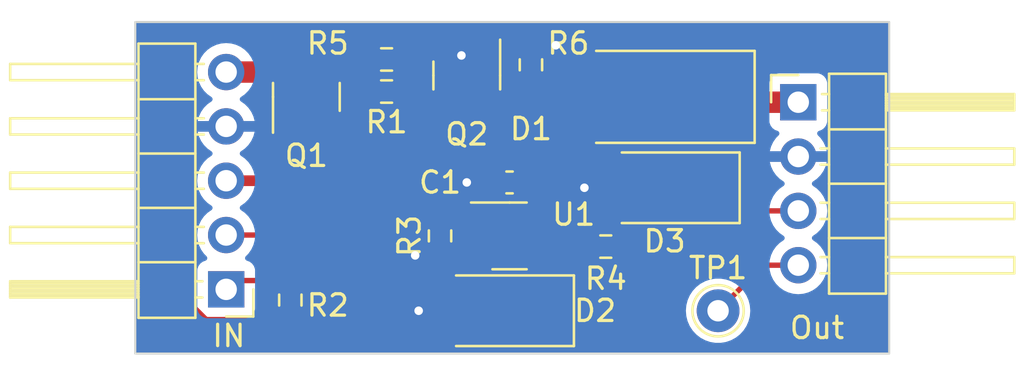
<source format=kicad_pcb>
(kicad_pcb (version 20240108) (generator "pcbnew") (generator_version "8.0")
  (layers (0 "F.Cu" signal) (31 "B.Cu" signal) (34 "B.Paste" user) (35 "F.Paste" user) (36 "B.SilkS" user "B.Silkscreen") (37 "F.SilkS" user "F.Silkscreen") (38 "B.Mask" user) (39 "F.Mask" user) (44 "Edge.Cuts" user))
  (net 0 "")
  (net 1 "+5V")
  (net 2 "GND")
  (net 3 "Net-(D1-A)")
  (net 4 "VCC")
  (net 5 "Net-(D2-A1)")
  (net 6 "EN")
  (net 7 "+24V")
  (net 8 "SIG")
  (net 9 "OUT")
  (net 10 "Net-(J2-Pin_4)")
  (net 11 "Net-(Q1-G)")
  (net 12 "Net-(Q2-B)")
  (net 13 "Net-(Q2-C)")
  (footprint "Diode_SMD:D_SMB_Handsoldering" (layer "F.Cu") (at 137.75 82.75 180)
    (property "Reference" "D1" (at 5.75 -1.5 180) (layer "F.SilkS"))
    (property "Value" "SS34")
    (fp_line (start -4.71 2.150001) (end 2.7 2.15) (stroke (width 0.12)) (layer "F.SilkS"))
    (fp_line (start -4.71 -2.150001) (end 2.7 -2.15) (stroke (width 0.12)) (layer "F.SilkS"))
    (fp_line (start -4.71 -2.150001) (end -4.71 2.150001) (stroke (width 0.12)) (layer "F.SilkS"))
    (pad "1" smd roundrect (at -2.7 0 180) (size 3.5 2.3) (layers "F.Cu" "F.Paste" "F.Mask") (roundrect_rratio 0.1086956522) (net 4 "VCC"))
    (pad "2" smd roundrect (at 2.7 0 180) (size 3.5 2.3) (layers "F.Cu" "F.Paste" "F.Mask") (roundrect_rratio 0.1086956522) (net 3 "Net-(D1-A)"))
  )
  (footprint "Resistor_SMD:R_0603_1608Metric_Pad0.98x0.95mm_HandSolder" (layer "F.Cu") (at 132 81.25 -90)
    (property "Reference" "R6" (at -1.000001 -1.750001 180) (layer "F.SilkS"))
    (property "Value" "100k")
    (fp_line (start -0.254724 0.5225) (end 0.254724 0.5225) (stroke (width 0.12)) (layer "F.SilkS"))
    (fp_line (start -0.254724 -0.5225) (end 0.254724 -0.5225) (stroke (width 0.12)) (layer "F.SilkS"))
    (pad "1" smd roundrect (at -0.9125 0 270) (size 0.975 0.95) (layers "F.Cu" "F.Paste" "F.Mask") (net 2 "GND"))
    (pad "2" smd roundrect (at 0.9125 0 270) (size 0.975 0.95) (layers "F.Cu" "F.Paste" "F.Mask") (net 12 "Net-(Q2-B)"))
  )
  (footprint "Connector_PinHeader_2.54mm:PinHeader_1x05_P2.54mm_Horizontal" (layer "F.Cu") (at 117.75 91.75 180)
    (property "Reference" "J1" (hide yes))
    (property "Value" "IN" (at -0.124999 -2.175 180) (layer "F.SilkS"))
    (fp_line (start 10.1 10.54) (end 4.1 10.54) (stroke (width 0.12)) (layer "F.SilkS"))
    (fp_line (start 10.1 9.78) (end 10.1 10.54) (stroke (width 0.12)) (layer "F.SilkS"))
    (fp_line (start 10.1 8) (end 4.1 8) (stroke (width 0.12)) (layer "F.SilkS"))
    (fp_line (start 10.1 7.240001) (end 10.1 8) (stroke (width 0.12)) (layer "F.SilkS"))
    (fp_line (start 10.1 5.460001) (end 4.1 5.46) (stroke (width 0.12)) (layer "F.SilkS"))
    (fp_line (start 10.1 4.699999) (end 10.1 5.460001) (stroke (width 0.12)) (layer "F.SilkS"))
    (fp_line (start 10.1 2.92) (end 4.1 2.92) (stroke (width 0.12)) (layer "F.SilkS"))
    (fp_line (start 10.1 2.16) (end 10.1 2.92) (stroke (width 0.12)) (layer "F.SilkS"))
    (fp_line (start 10.1 0.38) (end 4.1 0.38) (stroke (width 0.12)) (layer "F.SilkS"))
    (fp_line (start 10.1 -0.38) (end 10.1 0.38) (stroke (width 0.12)) (layer "F.SilkS"))
    (fp_line (start 4.1 11.49) (end 4.1 -1.33) (stroke (width 0.12)) (layer "F.SilkS"))
    (fp_line (start 4.1 9.78) (end 10.1 9.78) (stroke (width 0.12)) (layer "F.SilkS"))
    (fp_line (start 4.1 7.24) (end 10.1 7.240001) (stroke (width 0.12)) (layer "F.SilkS"))
    (fp_line (start 4.1 4.7) (end 10.1 4.699999) (stroke (width 0.12)) (layer "F.SilkS"))
    (fp_line (start 4.1 2.16) (end 10.1 2.16) (stroke (width 0.12)) (layer "F.SilkS"))
    (fp_line (start 4.1 0.28) (end 10.1 0.279999) (stroke (width 0.12)) (layer "F.SilkS"))
    (fp_line (start 4.1 0.16) (end 10.1 0.160001) (stroke (width 0.12)) (layer "F.SilkS"))
    (fp_line (start 4.1 0.04) (end 10.1 0.04) (stroke (width 0.12)) (layer "F.SilkS"))
    (fp_line (start 4.1 -0.08) (end 10.1 -0.08) (stroke (width 0.12)) (layer "F.SilkS"))
    (fp_line (start 4.1 -0.2) (end 10.1 -0.2) (stroke (width 0.12)) (layer "F.SilkS"))
    (fp_line (start 4.1 -0.32) (end 10.1 -0.32) (stroke (width 0.12)) (layer "F.SilkS"))
    (fp_line (start 4.1 -0.38) (end 10.1 -0.38) (stroke (width 0.12)) (layer "F.SilkS"))
    (fp_line (start 4.1 -1.33) (end 1.44 -1.33) (stroke (width 0.12)) (layer "F.SilkS"))
    (fp_line (start 1.44 11.49) (end 4.1 11.49) (stroke (width 0.12)) (layer "F.SilkS"))
    (fp_line (start 1.44 8.89) (end 4.1 8.89) (stroke (width 0.12)) (layer "F.SilkS"))
    (fp_line (start 1.44 6.35) (end 4.1 6.35) (stroke (width 0.12)) (layer "F.SilkS"))
    (fp_line (start 1.44 3.81) (end 4.1 3.81) (stroke (width 0.12)) (layer "F.SilkS"))
    (fp_line (start 1.44 1.27) (end 4.1 1.27) (stroke (width 0.12)) (layer "F.SilkS"))
    (fp_line (start 1.44 -1.33) (end 1.44 11.49) (stroke (width 0.12)) (layer "F.SilkS"))
    (fp_line (start 1.11 0.38) (end 1.44 0.38) (stroke (width 0.12)) (layer "F.SilkS"))
    (fp_line (start 1.11 -0.38) (end 1.44 -0.38) (stroke (width 0.12)) (layer "F.SilkS"))
    (fp_line (start 1.042929 10.54) (end 1.44 10.54) (stroke (width 0.12)) (layer "F.SilkS"))
    (fp_line (start 1.042929 9.78) (end 1.44 9.78) (stroke (width 0.12)) (layer "F.SilkS"))
    (fp_line (start 1.042929 8) (end 1.44 8) (stroke (width 0.12)) (layer "F.SilkS"))
    (fp_line (start 1.042929 7.24) (end 1.44 7.24) (stroke (width 0.12)) (layer "F.SilkS"))
    (fp_line (start 1.042929 5.46) (end 1.44 5.46) (stroke (width 0.12)) (layer "F.SilkS"))
    (fp_line (start 1.042929 4.7) (end 1.44 4.7) (stroke (width 0.12)) (layer "F.SilkS"))
    (fp_line (start 1.042929 2.92) (end 1.44 2.92) (stroke (width 0.12)) (layer "F.SilkS"))
    (fp_line (start 1.042929 2.16) (end 1.44 2.16) (stroke (width 0.12)) (layer "F.SilkS"))
    (fp_line (start -1.27 -1.27) (end 0 -1.270001) (stroke (width 0.12)) (layer "F.SilkS"))
    (fp_line (start -1.270001 0) (end -1.27 -1.27) (stroke (width 0.12)) (layer "F.SilkS"))
    (pad "1" thru_hole rect (at 0 0 180) (size 1.7 1.7) (drill 1) (layers "*.Cu" "*.Mask") (net 6 "EN"))
    (pad "2" thru_hole oval (at 0 2.54 180) (size 1.7 1.7) (drill 1) (layers "*.Cu" "*.Mask") (net 8 "SIG"))
    (pad "3" thru_hole oval (at 0 5.079999 180) (size 1.7 1.7) (drill 1) (layers "*.Cu" "*.Mask") (net 1 "+5V"))
    (pad "4" thru_hole oval (at 0 7.62 180) (size 1.7 1.7) (drill 1) (layers "*.Cu" "*.Mask") (net 2 "GND"))
    (pad "5" thru_hole oval (at 0 10.16 180) (size 1.7 1.7) (drill 1) (layers "*.Cu" "*.Mask") (net 7 "+24V"))
  )
  (footprint "Package_TO_SOT_SMD:SOT-23" (layer "F.Cu") (at 129 81.75 -90)
    (property "Reference" "Q2" (at 2.75 0 180) (layer "F.SilkS"))
    (property "Value" "MMBTA42")
    (fp_line (start 0 1.560001) (end -0.65 1.56) (stroke (width 0.12)) (layer "F.SilkS"))
    (fp_line (start 0 1.560001) (end 0.65 1.56) (stroke (width 0.12)) (layer "F.SilkS"))
    (fp_line (start 0 -1.560001) (end -1.674999 -1.56) (stroke (width 0.12)) (layer "F.SilkS"))
    (fp_line (start 0 -1.560001) (end 0.65 -1.56) (stroke (width 0.12)) (layer "F.SilkS"))
    (pad "1" smd roundrect (at -0.9375 -0.95 270) (size 1.475 0.6) (layers "F.Cu" "F.Paste" "F.Mask") (net 12 "Net-(Q2-B)"))
    (pad "2" smd roundrect (at -0.9375 0.95 270) (size 1.475 0.6) (layers "F.Cu" "F.Paste" "F.Mask") (net 2 "GND"))
    (pad "3" smd roundrect (at 0.937501 0 270) (size 1.475 0.6) (layers "F.Cu" "F.Paste" "F.Mask") (net 13 "Net-(Q2-C)"))
  )
  (footprint "Resistor_SMD:R_0603_1608Metric_Pad0.98x0.95mm_HandSolder" (layer "F.Cu") (at 135.5 89.75)
    (property "Reference" "R4" (at 0 1.5 0) (layer "F.SilkS"))
    (property "Value" "10k")
    (fp_line (start -0.254724 -0.5225) (end 0.254724 -0.5225) (stroke (width 0.12)) (layer "F.SilkS"))
    (fp_line (start -0.254724 0.5225) (end 0.254724 0.5225) (stroke (width 0.12)) (layer "F.SilkS"))
    (pad "1" smd roundrect (at -0.9125 0) (size 0.975 0.95) (layers "F.Cu" "F.Paste" "F.Mask") (net 5 "Net-(D2-A1)"))
    (pad "2" smd roundrect (at 0.9125 0) (size 0.975 0.95) (layers "F.Cu" "F.Paste" "F.Mask") (net 9 "OUT"))
  )
  (footprint "Capacitor_SMD:C_0603_1608Metric_Pad1.08x0.95mm_HandSolder" (layer "F.Cu") (at 131 86.75 180)
    (property "Reference" "C1" (at 3.25 0 0) (layer "F.SilkS"))
    (property "Value" "100n")
    (fp_line (start -0.146267 0.51) (end 0.146267 0.51) (stroke (width 0.12)) (layer "F.SilkS"))
    (fp_line (start -0.146267 -0.51) (end 0.146267 -0.51) (stroke (width 0.12)) (layer "F.SilkS"))
    (pad "1" smd roundrect (at -0.862501 0 180) (size 1.075 0.95) (layers "F.Cu" "F.Paste" "F.Mask") (net 1 "+5V"))
    (pad "2" smd roundrect (at 0.862501 0 180) (size 1.075 0.95) (layers "F.Cu" "F.Paste" "F.Mask") (net 2 "GND"))
  )
  (footprint "Resistor_SMD:R_0603_1608Metric_Pad0.98x0.95mm_HandSolder" (layer "F.Cu") (at 125.25 82.5 180)
    (property "Reference" "R1" (at 0 -1.43 180) (layer "F.SilkS"))
    (property "Value" "220")
    (fp_line (start -0.254724 0.5225) (end 0.254724 0.5225) (stroke (width 0.12)) (layer "F.SilkS"))
    (fp_line (start -0.254724 -0.5225) (end 0.254724 -0.5225) (stroke (width 0.12)) (layer "F.SilkS"))
    (pad "1" smd roundrect (at -0.9125 0 180) (size 0.975 0.95) (layers "F.Cu" "F.Paste" "F.Mask") (net 13 "Net-(Q2-C)"))
    (pad "2" smd roundrect (at 0.9125 0 180) (size 0.975 0.95) (layers "F.Cu" "F.Paste" "F.Mask") (net 11 "Net-(Q1-G)"))
  )
  (footprint "Resistor_SMD:R_0603_1608Metric_Pad0.98x0.95mm_HandSolder" (layer "F.Cu") (at 125.25 81 180)
    (property "Reference" "R5" (at 2.75 0.75 180) (layer "F.SilkS"))
    (property "Value" "4.7k")
    (fp_line (start -0.254724 0.5225) (end 0.254724 0.5225) (stroke (width 0.12)) (layer "F.SilkS"))
    (fp_line (start -0.254724 -0.5225) (end 0.254724 -0.5225) (stroke (width 0.12)) (layer "F.SilkS"))
    (pad "1" smd roundrect (at -0.9125 0 180) (size 0.975 0.95) (layers "F.Cu" "F.Paste" "F.Mask") (net 13 "Net-(Q2-C)"))
    (pad "2" smd roundrect (at 0.9125 0 180) (size 0.975 0.95) (layers "F.Cu" "F.Paste" "F.Mask") (net 7 "+24V"))
  )
  (footprint "Connector_PinHeader_2.54mm:PinHeader_1x04_P2.54mm_Horizontal" (layer "F.Cu") (at 144.5 83)
    (property "Reference" "J2" (hide yes))
    (property "Value" "Out" (at 0.875 10.55 0) (layer "F.SilkS"))
    (fp_line (start -1.27 -1.27) (end 0 -1.27) (stroke (width 0.12)) (layer "F.SilkS"))
    (fp_line (start -1.27 0) (end -1.27 -1.27) (stroke (width 0.12)) (layer "F.SilkS"))
    (fp_line (start 1.042929 2.16) (end 1.44 2.16) (stroke (width 0.12)) (layer "F.SilkS"))
    (fp_line (start 1.042929 2.92) (end 1.44 2.92) (stroke (width 0.12)) (layer "F.SilkS"))
    (fp_line (start 1.042929 4.7) (end 1.44 4.7) (stroke (width 0.12)) (layer "F.SilkS"))
    (fp_line (start 1.042929 5.46) (end 1.44 5.46) (stroke (width 0.12)) (layer "F.SilkS"))
    (fp_line (start 1.042929 7.24) (end 1.44 7.24) (stroke (width 0.12)) (layer "F.SilkS"))
    (fp_line (start 1.042929 8) (end 1.44 8) (stroke (width 0.12)) (layer "F.SilkS"))
    (fp_line (start 1.11 -0.38) (end 1.44 -0.38) (stroke (width 0.12)) (layer "F.SilkS"))
    (fp_line (start 1.11 0.38) (end 1.44 0.38) (stroke (width 0.12)) (layer "F.SilkS"))
    (fp_line (start 1.44 -1.33) (end 1.44 8.95) (stroke (width 0.12)) (layer "F.SilkS"))
    (fp_line (start 1.44 1.27) (end 4.1 1.27) (stroke (width 0.12)) (layer "F.SilkS"))
    (fp_line (start 1.44 3.81) (end 4.1 3.81) (stroke (width 0.12)) (layer "F.SilkS"))
    (fp_line (start 1.44 6.35) (end 4.1 6.35) (stroke (width 0.12)) (layer "F.SilkS"))
    (fp_line (start 1.44 8.95) (end 4.1 8.95) (stroke (width 0.12)) (layer "F.SilkS"))
    (fp_line (start 4.1 -1.33) (end 1.44 -1.33) (stroke (width 0.12)) (layer "F.SilkS"))
    (fp_line (start 4.1 -0.38) (end 10.1 -0.38) (stroke (width 0.12)) (layer "F.SilkS"))
    (fp_line (start 4.1 -0.32) (end 10.1 -0.32) (stroke (width 0.12)) (layer "F.SilkS"))
    (fp_line (start 4.1 -0.2) (end 10.1 -0.2) (stroke (width 0.12)) (layer "F.SilkS"))
    (fp_line (start 4.1 -0.08) (end 10.1 -0.08) (stroke (width 0.12)) (layer "F.SilkS"))
    (fp_line (start 4.1 0.04) (end 10.1 0.04) (stroke (width 0.12)) (layer "F.SilkS"))
    (fp_line (start 4.1 0.16) (end 10.1 0.16) (stroke (width 0.12)) (layer "F.SilkS"))
    (fp_line (start 4.1 0.28) (end 10.1 0.28) (stroke (width 0.12)) (layer "F.SilkS"))
    (fp_line (start 4.1 2.16) (end 10.1 2.16) (stroke (width 0.12)) (layer "F.SilkS"))
    (fp_line (start 4.1 4.7) (end 10.1 4.7) (stroke (width 0.12)) (layer "F.SilkS"))
    (fp_line (start 4.1 7.24) (end 10.1 7.24) (stroke (width 0.12)) (layer "F.SilkS"))
    (fp_line (start 4.1 8.95) (end 4.1 -1.33) (stroke (width 0.12)) (layer "F.SilkS"))
    (fp_line (start 10.1 -0.38) (end 10.1 0.38) (stroke (width 0.12)) (layer "F.SilkS"))
    (fp_line (start 10.1 0.38) (end 4.1 0.38) (stroke (width 0.12)) (layer "F.SilkS"))
    (fp_line (start 10.1 2.16) (end 10.1 2.92) (stroke (width 0.12)) (layer "F.SilkS"))
    (fp_line (start 10.1 2.92) (end 4.1 2.92) (stroke (width 0.12)) (layer "F.SilkS"))
    (fp_line (start 10.1 4.7) (end 10.1 5.46) (stroke (width 0.12)) (layer "F.SilkS"))
    (fp_line (start 10.1 5.46) (end 4.1 5.46) (stroke (width 0.12)) (layer "F.SilkS"))
    (fp_line (start 10.1 7.24) (end 10.1 8) (stroke (width 0.12)) (layer "F.SilkS"))
    (fp_line (start 10.1 8) (end 4.1 8) (stroke (width 0.12)) (layer "F.SilkS"))
    (pad "1" thru_hole rect (at 0 0) (size 1.7 1.7) (drill 1) (layers "*.Cu" "*.Mask") (net 4 "VCC"))
    (pad "2" thru_hole oval (at 0 2.54) (size 1.7 1.7) (drill 1) (layers "*.Cu" "*.Mask") (net 2 "GND"))
    (pad "3" thru_hole oval (at 0 5.08) (size 1.7 1.7) (drill 1) (layers "*.Cu" "*.Mask") (net 9 "OUT"))
    (pad "4" thru_hole oval (at 0 7.62) (size 1.7 1.7) (drill 1) (layers "*.Cu" "*.Mask") (net 10 "Net-(J2-Pin_4)"))
  )
  (footprint "Resistor_SMD:R_0603_1608Metric_Pad0.98x0.95mm_HandSolder" (layer "F.Cu") (at 120.75 92.25 -90)
    (property "Reference" "R2" (at 0.25 -1.75 180) (layer "F.SilkS"))
    (property "Value" "10k")
    (fp_line (start -0.254724 0.5225) (end 0.254724 0.5225) (stroke (width 0.12)) (layer "F.SilkS"))
    (fp_line (start -0.254724 -0.5225) (end 0.254724 -0.5225) (stroke (width 0.12)) (layer "F.SilkS"))
    (pad "1" smd roundrect (at -0.9125 0 270) (size 0.975 0.95) (layers "F.Cu" "F.Paste" "F.Mask") (net 6 "EN"))
    (pad "2" smd roundrect (at 0.9125 0 270) (size 0.975 0.95) (layers "F.Cu" "F.Paste" "F.Mask") (net 12 "Net-(Q2-B)"))
  )
  (footprint "TestPoint:TestPoint_THTPad_D2.0mm_Drill1.0mm" (layer "F.Cu") (at 140.75 92.75)
    (property "Reference" "TP1" (at 0 -1.998 0) (layer "F.SilkS"))
    (property "Value" "FG")
    (fp_circle (center 0 0) (end 0 1.2) (stroke (width 0.12)) (fill none) (layer "F.SilkS"))
    (pad "1" thru_hole circle (at 0 0) (size 2 2) (drill 1) (layers "*.Cu" "*.Mask") (net 10 "Net-(J2-Pin_4)"))
  )
  (footprint "Package_TO_SOT_SMD:SOT-23" (layer "F.Cu") (at 121.5 82.75 90)
    (property "Reference" "Q1" (at -2.75 0 0) (layer "F.SilkS"))
    (property "Value" "AO3401A")
    (fp_line (start 0 -1.560001) (end 0.65 -1.56) (stroke (width 0.12)) (layer "F.SilkS"))
    (fp_line (start 0 -1.560001) (end -1.674999 -1.56) (stroke (width 0.12)) (layer "F.SilkS"))
    (fp_line (start 0 1.560001) (end 0.65 1.56) (stroke (width 0.12)) (layer "F.SilkS"))
    (fp_line (start 0 1.560001) (end -0.65 1.56) (stroke (width 0.12)) (layer "F.SilkS"))
    (pad "1" smd roundrect (at -0.9375 -0.95 90) (size 1.475 0.6) (layers "F.Cu" "F.Paste" "F.Mask") (net 11 "Net-(Q1-G)"))
    (pad "2" smd roundrect (at -0.9375 0.95 90) (size 1.475 0.6) (layers "F.Cu" "F.Paste" "F.Mask") (net 3 "Net-(D1-A)"))
    (pad "3" smd roundrect (at 0.937501 0 90) (size 1.475 0.6) (layers "F.Cu" "F.Paste" "F.Mask") (net 7 "+24V"))
  )
  (footprint "Package_TO_SOT_SMD:SOT-23-5" (layer "F.Cu") (at 131 89.25)
    (property "Reference" "U1" (at 3 -1 0) (layer "F.SilkS"))
    (property "Value" "74LVC1G125")
    (fp_line (start 0 -1.56) (end -1.8 -1.56) (stroke (width 0.12)) (layer "F.SilkS"))
    (fp_line (start 0 -1.56) (end 0.8 -1.56) (stroke (width 0.12)) (layer "F.SilkS"))
    (fp_line (start 0 1.56) (end -0.8 1.56) (stroke (width 0.12)) (layer "F.SilkS"))
    (fp_line (start 0 1.56) (end 0.8 1.56) (stroke (width 0.12)) (layer "F.SilkS"))
    (pad "1" smd roundrect (at -1.1375 -0.95) (size 1.325 0.6) (layers "F.Cu" "F.Paste" "F.Mask") (net 2 "GND"))
    (pad "2" smd roundrect (at -1.1375 0) (size 1.325 0.6) (layers "F.Cu" "F.Paste" "F.Mask") (net 8 "SIG"))
    (pad "3" smd roundrect (at -1.1375 0.95) (size 1.325 0.6) (layers "F.Cu" "F.Paste" "F.Mask") (net 2 "GND"))
    (pad "4" smd roundrect (at 1.1375 0.95) (size 1.325 0.6) (layers "F.Cu" "F.Paste" "F.Mask") (net 5 "Net-(D2-A1)"))
    (pad "5" smd roundrect (at 1.1375 -0.95) (size 1.325 0.6) (layers "F.Cu" "F.Paste" "F.Mask") (net 1 "+5V"))
  )
  (footprint "Diode_SMD:D_SMA" (layer "F.Cu") (at 138.25 87 180)
    (property "Reference" "D3" (at 0 -2.5 180) (layer "F.SilkS"))
    (property "Value" "SMAJ24CA")
    (fp_line (start -3.51 1.65) (end 2 1.65) (stroke (width 0.12)) (layer "F.SilkS"))
    (fp_line (start -3.51 -1.65) (end 2 -1.65) (stroke (width 0.12)) (layer "F.SilkS"))
    (fp_line (start -3.51 -1.65) (end -3.51 1.65) (stroke (width 0.12)) (layer "F.SilkS"))
    (pad "1" smd roundrect (at -2.000001 0 180) (size 2.5 1.8) (layers "F.Cu" "F.Paste" "F.Mask") (roundrect_rratio 0.1388888889) (net 4 "VCC"))
    (pad "2" smd roundrect (at 2.000001 0 180) (size 2.5 1.8) (layers "F.Cu" "F.Paste" "F.Mask") (roundrect_rratio 0.1388888889) (net 2 "GND"))
  )
  (footprint "Resistor_SMD:R_0603_1608Metric_Pad0.98x0.95mm_HandSolder" (layer "F.Cu") (at 127.75 89.25 90)
    (property "Reference" "R3" (at 0 -1.43 270) (layer "F.SilkS"))
    (property "Value" "4.7k")
    (fp_line (start -0.254724 -0.5225) (end 0.254724 -0.5225) (stroke (width 0.12)) (layer "F.SilkS"))
    (fp_line (start -0.254724 0.5225) (end 0.254724 0.5225) (stroke (width 0.12)) (layer "F.SilkS"))
    (pad "1" smd roundrect (at -0.9125 0 90) (size 0.975 0.95) (layers "F.Cu" "F.Paste" "F.Mask") (net 2 "GND"))
    (pad "2" smd roundrect (at 0.9125 0 90) (size 0.975 0.95) (layers "F.Cu" "F.Paste" "F.Mask") (net 8 "SIG"))
  )
  (footprint "Diode_SMD:D_SMA" (layer "F.Cu") (at 130.5 92.75 180)
    (property "Reference" "D2" (at -4.5 0 180) (layer "F.SilkS"))
    (property "Value" "SMAJ5.0CA")
    (fp_line (start -3.51 1.65) (end 2 1.65) (stroke (width 0.12)) (layer "F.SilkS"))
    (fp_line (start -3.51 -1.65) (end 2 -1.65) (stroke (width 0.12)) (layer "F.SilkS"))
    (fp_line (start -3.51 -1.65) (end -3.51 1.65) (stroke (width 0.12)) (layer "F.SilkS"))
    (pad "1" smd roundrect (at -2.000001 0 180) (size 2.5 1.8) (layers "F.Cu" "F.Paste" "F.Mask") (roundrect_rratio 0.1388888889) (net 5 "Net-(D2-A1)"))
    (pad "2" smd roundrect (at 2.000001 0 180) (size 2.5 1.8) (layers "F.Cu" "F.Paste" "F.Mask") (roundrect_rratio 0.1388888889) (net 2 "GND"))
  )
  (gr_rect (start 113.5 79.25) (end 148.75 94.75) (stroke (width 0.1)) (fill none) (layer "Edge.Cuts"))
  (segment (start 125.75 85.5) (end 131.5 85.5) (width 0.5) (layer "F.Cu") (net 1))
  (segment (start 124.579999 86.670001) (end 125.75 85.5) (width 0.5) (layer "F.Cu") (net 1))
  (segment (start 131.862501 87.362501) (end 132.1375 87.6375) (width 0.5) (layer "F.Cu") (net 1))
  (segment (start 131.5 85.5) (end 131.862501 85.862501) (width 0.5) (layer "F.Cu") (net 1))
  (segment (start 117.75 86.670001) (end 124.579999 86.670001) (width 0.5) (layer "F.Cu") (net 1))
  (segment (start 132.1375 87.6375) (end 132.1375 88.3) (width 0.5) (layer "F.Cu") (net 1))
  (segment (start 131.862501 85.862501) (end 131.862501 87.362501) (width 0.5) (layer "F.Cu") (net 1))
  (segment (start 133.1625 80.3375) (end 132 80.3375) (width 0.5) (layer "F.Cu") (net 2))
  (segment (start 128.75 80.8125) (end 128.05 80.8125) (width 0.5) (layer "F.Cu") (net 2))
  (segment (start 127.7875 90.2) (end 127.75 90.1625) (width 0.25) (layer "F.Cu") (net 2))
  (segment (start 130.137499 86.75) (end 129 86.75) (width 0.5) (layer "F.Cu") (net 2))
  (segment (start 130.137499 87.362501) (end 130.137499 86.75) (width 0.25) (layer "F.Cu") (net 2))
  (segment (start 126.5875 90.1625) (end 127.75 90.1625) (width 0.5) (layer "F.Cu") (net 2))
  (segment (start 129.8625 90.2) (end 127.7875 90.2) (width 0.25) (layer "F.Cu") (net 2))
  (segment (start 136.249999 87) (end 134.5 87) (width 0.5) (layer "F.Cu") (net 2))
  (segment (start 128.499999 92.75) (end 126.75 92.75) (width 0.5) (layer "F.Cu") (net 2))
  (segment (start 129.8625 87.6375) (end 130.137499 87.362501) (width 0.25) (layer "F.Cu") (net 2))
  (segment (start 129.8625 88.3) (end 129.8625 87.6375) (width 0.25) (layer "F.Cu") (net 2))
  (via (at 129 86.75) (size 0.7) (drill 0.4) (layers "F.Cu" "B.Cu") (net 2))
  (via (at 126.75 92.75) (size 0.7) (drill 0.4) (layers "F.Cu" "B.Cu") (net 2))
  (via (at 134.5 87) (size 0.7) (drill 0.4) (layers "F.Cu" "B.Cu") (net 2))
  (via (at 133.1625 80.3375) (size 0.7) (drill 0.4) (layers "F.Cu" "B.Cu") (net 2))
  (via (at 126.5875 90.1625) (size 0.7) (drill 0.4) (layers "F.Cu" "B.Cu") (net 2))
  (via (at 128.75 80.8125) (size 0.7) (drill 0.4) (layers "F.Cu" "B.Cu") (net 2))
  (segment (start 122.65 84.5) (end 133.3 84.5) (width 1) (layer "F.Cu") (net 3))
  (segment (start 122.45 84.3) (end 122.65 84.5) (width 1) (layer "F.Cu") (net 3))
  (segment (start 122.45 83.6875) (end 122.45 84.3) (width 1) (layer "F.Cu") (net 3))
  (segment (start 133.3 84.5) (end 135.05 82.75) (width 1) (layer "F.Cu") (net 3))
  (segment (start 142.5 82.75) (end 142.75 83) (width 1) (layer "F.Cu") (net 4))
  (segment (start 142.75 83) (end 144.5 83) (width 1) (layer "F.Cu") (net 4))
  (segment (start 140.45 82.75) (end 140.45 86.800001) (width 1) (layer "F.Cu") (net 4))
  (segment (start 140.45 86.800001) (end 140.250001 87) (width 1) (layer "F.Cu") (net 4))
  (segment (start 140.45 82.75) (end 142.5 82.75) (width 1) (layer "F.Cu") (net 4))
  (segment (start 132.1375 90.2) (end 132.1375 91.1375) (width 0.25) (layer "F.Cu") (net 5))
  (segment (start 132.1375 91.1375) (end 132.5 91.5) (width 0.25) (layer "F.Cu") (net 5))
  (segment (start 134.5875 89.75) (end 133.75 89.75) (width 0.25) (layer "F.Cu") (net 5))
  (segment (start 133.3 90.2) (end 132.1375 90.2) (width 0.25) (layer "F.Cu") (net 5))
  (segment (start 132.1875 90.25) (end 132.1375 90.2) (width 0.25) (layer "F.Cu") (net 5))
  (segment (start 133.75 89.75) (end 133.3 90.2) (width 0.25) (layer "F.Cu") (net 5))
  (segment (start 132.5 91.5) (end 132.500001 92.75) (width 0.25) (layer "F.Cu") (net 5))
  (segment (start 120.75 91.3375) (end 118.1625 91.3375) (width 0.25) (layer "F.Cu") (net 6))
  (segment (start 118.1625 91.3375) (end 117.75 91.75) (width 0.25) (layer "F.Cu") (net 6))
  (segment (start 121.5 81.812499) (end 121.277501 81.59) (width 1) (layer "F.Cu") (net 7))
  (segment (start 124.3375 81) (end 122.312499 81) (width 0.25) (layer "F.Cu") (net 7))
  (segment (start 121.277501 81.59) (end 117.75 81.59) (width 1) (layer "F.Cu") (net 7))
  (segment (start 122.312499 81) (end 121.5 81.812499) (width 0.25) (layer "F.Cu") (net 7))
  (segment (start 129.8625 89.25) (end 129.25 89.25) (width 0.25) (layer "F.Cu") (net 8))
  (segment (start 123.04 89.21) (end 123.9125 88.3375) (width 0.25) (layer "F.Cu") (net 8))
  (segment (start 128.3375 88.3375) (end 127.75 88.3375) (width 0.25) (layer "F.Cu") (net 8))
  (segment (start 129.25 89.25) (end 128.3375 88.3375) (width 0.25) (layer "F.Cu") (net 8))
  (segment (start 117.75 89.21) (end 123.04 89.21) (width 0.25) (layer "F.Cu") (net 8))
  (segment (start 123.9125 88.3375) (end 127.75 88.3375) (width 0.25) (layer "F.Cu") (net 8))
  (segment (start 140.75 89.75) (end 142.42 88.08) (width 0.25) (layer "F.Cu") (net 9))
  (segment (start 142.42 88.08) (end 144.5 88.08) (width 0.25) (layer "F.Cu") (net 9))
  (segment (start 136.4125 89.75) (end 140.75 89.75) (width 0.25) (layer "F.Cu") (net 9))
  (segment (start 144.5 90.62) (end 142.88 90.62) (width 0.25) (layer "F.Cu") (net 10))
  (segment (start 142.88 90.62) (end 140.75 92.75) (width 0.25) (layer "F.Cu") (net 10))
  (segment (start 120.967695 83.6875) (end 120.55 83.6875) (width 0.25) (layer "F.Cu") (net 11))
  (segment (start 122.155195 82.5) (end 120.967695 83.6875) (width 0.25) (layer "F.Cu") (net 11))
  (segment (start 124.3375 82.5) (end 122.155195 82.5) (width 0.25) (layer "F.Cu") (net 11))
  (segment (start 129.95 80.8125) (end 129.95 79.95) (width 0.25) (layer "F.Cu") (net 12))
  (segment (start 115.5 81.5) (end 115.5 91.85) (width 0.25) (layer "F.Cu") (net 12))
  (segment (start 117.325 79.675) (end 115.5 81.5) (width 0.25) (layer "F.Cu") (net 12))
  (segment (start 115.5 91.85) (end 116.8125 93.1625) (width 0.25) (layer "F.Cu") (net 12))
  (segment (start 116.8125 93.1625) (end 120.75 93.1625) (width 0.25) (layer "F.Cu") (net 12))
  (segment (start 129.675 79.675) (end 117.325 79.675) (width 0.25) (layer "F.Cu") (net 12))
  (segment (start 132 82.1625) (end 130.1625 82.1625) (width 0.25) (layer "F.Cu") (net 12))
  (segment (start 130.1625 82.1625) (end 129.95 81.95) (width 0.25) (layer "F.Cu") (net 12))
  (segment (start 129.95 79.95) (end 129.675 79.675) (width 0.25) (layer "F.Cu") (net 12))
  (segment (start 129.95 81.95) (end 129.95 80.8125) (width 0.25) (layer "F.Cu") (net 12))
  (segment (start 127.437501 82.687501) (end 127.25 82.5) (width 0.25) (layer "F.Cu") (net 13))
  (segment (start 127.25 82.5) (end 126.1625 82.5) (width 0.25) (layer "F.Cu") (net 13))
  (segment (start 126.1625 81) (end 126.1625 82.5) (width 0.25) (layer "F.Cu") (net 13))
  (segment (start 129 82.687501) (end 127.437501 82.687501) (width 0.25) (layer "F.Cu") (net 13))
  (zone (net 2) (net_name "GND") (layer "B.Cu") (connect_pads (clearance 0.5)) (min_thickness 0.25) (fill yes (thermal_gap 0.5) (thermal_bridge_width 0.5))
    (polygon (pts (xy 113.5 79.25) (xy 113.5 94.75) (xy 148.75 94.75) (xy 148.75 79.25)))
  )
)
</source>
